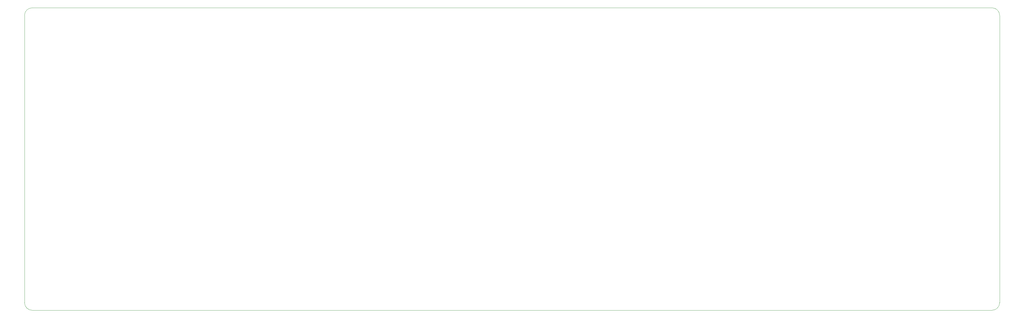
<source format=gbr>
G04 #@! TF.GenerationSoftware,KiCad,Pcbnew,(5.1.9)-1*
G04 #@! TF.CreationDate,2021-05-17T17:20:41+01:00*
G04 #@! TF.ProjectId,EnvKB65_bottom,456e764b-4236-4355-9f62-6f74746f6d2e,rev?*
G04 #@! TF.SameCoordinates,Original*
G04 #@! TF.FileFunction,Profile,NP*
%FSLAX46Y46*%
G04 Gerber Fmt 4.6, Leading zero omitted, Abs format (unit mm)*
G04 Created by KiCad (PCBNEW (5.1.9)-1) date 2021-05-17 17:20:41*
%MOMM*%
%LPD*%
G01*
G04 APERTURE LIST*
G04 #@! TA.AperFunction,Profile*
%ADD10C,0.100000*%
G04 #@! TD*
G04 APERTURE END LIST*
D10*
X382250000Y-97650000D02*
G75*
G02*
X384750000Y-100150000I0J-2500000D01*
G01*
X67900000Y-196950000D02*
G75*
G02*
X65400000Y-194450000I0J2500000D01*
G01*
X384750000Y-194450000D02*
G75*
G02*
X382250000Y-196950000I-2500000J0D01*
G01*
X65400000Y-194450000D02*
X65400000Y-100150000D01*
X67900000Y-196950000D02*
X382250000Y-196950000D01*
X384750000Y-194450000D02*
X384750000Y-100150000D01*
X382250000Y-97650000D02*
X67900000Y-97650000D01*
X65400000Y-100150000D02*
G75*
G02*
X67900000Y-97650000I2500000J0D01*
G01*
M02*

</source>
